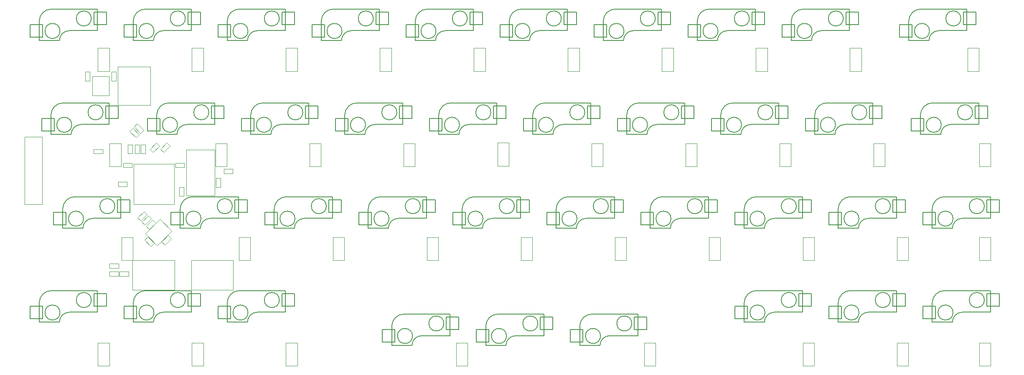
<source format=gbr>
%TF.GenerationSoftware,KiCad,Pcbnew,7.0.6*%
%TF.CreationDate,2023-07-31T23:10:21-04:00*%
%TF.ProjectId,cutiepie2040-hotswap,63757469-6570-4696-9532-3034302d686f,rev?*%
%TF.SameCoordinates,PX2d6b3a0PY6f46b48*%
%TF.FileFunction,Other,User*%
%FSLAX46Y46*%
G04 Gerber Fmt 4.6, Leading zero omitted, Abs format (unit mm)*
G04 Created by KiCad (PCBNEW 7.0.6) date 2023-07-31 23:10:21*
%MOMM*%
%LPD*%
G01*
G04 APERTURE LIST*
%ADD10C,0.150000*%
%ADD11C,0.127000*%
%ADD12C,0.050000*%
G04 APERTURE END LIST*
D10*
%TO.C,MX35*%
X192849380Y75247794D02*
X190309380Y75247794D01*
X192849380Y77787794D02*
X192849380Y75247794D01*
D11*
X191037380Y78437794D02*
X191037380Y74037794D01*
X191037380Y78437794D02*
X181737380Y78437794D01*
D10*
X190309380Y75247794D02*
X190309380Y77787794D01*
X190309380Y77787794D02*
X192849380Y77787794D01*
D11*
X185337380Y74037794D02*
X191037380Y74037794D01*
D10*
X179895380Y72707794D02*
X177355380Y72707794D01*
X179895380Y75247794D02*
X179895380Y72707794D01*
D11*
X179237380Y72037794D02*
X183337380Y72037794D01*
X179237380Y75937794D02*
X179237380Y72037794D01*
D10*
X177355380Y72707794D02*
X177355380Y75247794D01*
X177355380Y75247794D02*
X179895380Y75247794D01*
D11*
X185337380Y74037794D02*
G75*
G03*
X183337380Y72037794I-1J-1999999D01*
G01*
X181737380Y78437794D02*
G75*
G03*
X179237380Y75937794I0J-2500000D01*
G01*
D10*
X189801380Y76517794D02*
G75*
G03*
X189801380Y76517794I-1524000J0D01*
G01*
X183451380Y73977794D02*
G75*
G03*
X183451380Y73977794I-1524000J0D01*
G01*
D12*
%TO.C,C_1V-Decoup2*%
X27606336Y49985835D02*
X28256874Y49335297D01*
X28256874Y49335297D02*
X29543808Y50622231D01*
X28893270Y51272769D02*
X27606336Y49985835D01*
X29543808Y50622231D02*
X28893270Y51272769D01*
D10*
%TO.C,MX4*%
X16636880Y18097794D02*
X14096880Y18097794D01*
X16636880Y20637794D02*
X16636880Y18097794D01*
D11*
X14824880Y21287794D02*
X14824880Y16887794D01*
X14824880Y21287794D02*
X5524880Y21287794D01*
D10*
X14096880Y18097794D02*
X14096880Y20637794D01*
X14096880Y20637794D02*
X16636880Y20637794D01*
D11*
X9124880Y16887794D02*
X14824880Y16887794D01*
D10*
X3682880Y15557794D02*
X3682880Y18097794D01*
X3682880Y18097794D02*
X1142880Y18097794D01*
D11*
X3024880Y14887794D02*
X7124880Y14887794D01*
X3024880Y18787794D02*
X3024880Y14887794D01*
D10*
X1142880Y15557794D02*
X3682880Y15557794D01*
X1142880Y18097794D02*
X1142880Y15557794D01*
D11*
X9124880Y16887794D02*
G75*
G03*
X7124880Y14887794I-1J-1999999D01*
G01*
X5524880Y21287794D02*
G75*
G03*
X3024880Y18787794I0J-2500000D01*
G01*
D10*
X13588880Y19367794D02*
G75*
G03*
X13588880Y19367794I-1524000J0D01*
G01*
X7238880Y16827794D02*
G75*
G03*
X7238880Y16827794I-1524000J0D01*
G01*
%TO.C,MX1*%
X16636880Y75247794D02*
X14096880Y75247794D01*
X16636880Y77787794D02*
X16636880Y75247794D01*
D11*
X14824880Y78437794D02*
X14824880Y74037794D01*
X14824880Y78437794D02*
X5524880Y78437794D01*
D10*
X14096880Y75247794D02*
X14096880Y77787794D01*
X14096880Y77787794D02*
X16636880Y77787794D01*
D11*
X9124880Y74037794D02*
X14824880Y74037794D01*
D10*
X3682880Y72707794D02*
X3682880Y75247794D01*
X3682880Y75247794D02*
X1142880Y75247794D01*
D11*
X3024880Y72037794D02*
X7124880Y72037794D01*
X3024880Y75937794D02*
X3024880Y72037794D01*
D10*
X1142880Y72707794D02*
X3682880Y72707794D01*
X1142880Y75247794D02*
X1142880Y72707794D01*
D11*
X9124880Y74037794D02*
G75*
G03*
X7124880Y72037794I-1J-1999999D01*
G01*
X5524880Y78437794D02*
G75*
G03*
X3024880Y75937794I0J-2500000D01*
G01*
D10*
X13588880Y76517794D02*
G75*
G03*
X13588880Y76517794I-1524000J0D01*
G01*
X7238880Y73977794D02*
G75*
G03*
X7238880Y73977794I-1524000J0D01*
G01*
D12*
%TO.C,D6*%
X41035891Y46465862D02*
X38735891Y46465862D01*
X41035891Y46465862D02*
X41035891Y51165862D01*
X38735891Y51165862D02*
X38735891Y46465862D01*
X41035891Y51165862D02*
X38735891Y51165862D01*
%TO.C,D14*%
X79135923Y46465862D02*
X76835923Y46465862D01*
X79135923Y46465862D02*
X79135923Y51165862D01*
X76835923Y51165862D02*
X76835923Y46465862D01*
X79135923Y51165862D02*
X76835923Y51165862D01*
%TO.C,C_Crystal1*%
X27862239Y31191690D02*
X28512777Y30541152D01*
X28512777Y30541152D02*
X29799711Y31828086D01*
X29149173Y32478624D02*
X27862239Y31191690D01*
X29799711Y31828086D02*
X29149173Y32478624D01*
%TO.C,SW2*%
X21943816Y27407874D02*
X21943816Y21407874D01*
X21943816Y21407874D02*
X30443816Y21407874D01*
X30443816Y27407874D02*
X21943816Y27407874D01*
X30443816Y21407874D02*
X30443816Y27407874D01*
D10*
%TO.C,MX22*%
X121411880Y37147794D02*
X118871880Y37147794D01*
X121411880Y39687794D02*
X121411880Y37147794D01*
D11*
X119599880Y40337794D02*
X119599880Y35937794D01*
X119599880Y40337794D02*
X110299880Y40337794D01*
D10*
X118871880Y37147794D02*
X118871880Y39687794D01*
X118871880Y39687794D02*
X121411880Y39687794D01*
D11*
X113899880Y35937794D02*
X119599880Y35937794D01*
D10*
X108457880Y34607794D02*
X108457880Y37147794D01*
X108457880Y37147794D02*
X105917880Y37147794D01*
D11*
X107799880Y33937794D02*
X111899880Y33937794D01*
X107799880Y37837794D02*
X107799880Y33937794D01*
D10*
X105917880Y34607794D02*
X108457880Y34607794D01*
X105917880Y37147794D02*
X105917880Y34607794D01*
D11*
X113899880Y35937794D02*
G75*
G03*
X111899880Y33937794I-1J-1999999D01*
G01*
X110299880Y40337794D02*
G75*
G03*
X107799880Y37837794I0J-2500000D01*
G01*
D10*
X118363880Y38417794D02*
G75*
G03*
X118363880Y38417794I-1524000J0D01*
G01*
X112013880Y35877794D02*
G75*
G03*
X112013880Y35877794I-1524000J0D01*
G01*
D12*
%TO.C,D37*%
X195817271Y27415846D02*
X193517271Y27415846D01*
X195817271Y27415846D02*
X195817271Y32115846D01*
X193517271Y32115846D02*
X193517271Y27415846D01*
X195817271Y32115846D02*
X193517271Y32115846D01*
%TO.C,R_Crystal1*%
X24683896Y34341749D02*
X25348576Y33677069D01*
X25348576Y33677069D02*
X26663794Y34992287D01*
X25999114Y35656967D02*
X24683896Y34341749D01*
X26663794Y34992287D02*
X25999114Y35656967D01*
D10*
%TO.C,MX17*%
X97599380Y56197794D02*
X95059380Y56197794D01*
X97599380Y58737794D02*
X97599380Y56197794D01*
D11*
X95787380Y59387794D02*
X95787380Y54987794D01*
X95787380Y59387794D02*
X86487380Y59387794D01*
D10*
X95059380Y56197794D02*
X95059380Y58737794D01*
X95059380Y58737794D02*
X97599380Y58737794D01*
D11*
X90087380Y54987794D02*
X95787380Y54987794D01*
D10*
X84645380Y53657794D02*
X84645380Y56197794D01*
X84645380Y56197794D02*
X82105380Y56197794D01*
D11*
X83987380Y52987794D02*
X88087380Y52987794D01*
X83987380Y56887794D02*
X83987380Y52987794D01*
D10*
X82105380Y53657794D02*
X84645380Y53657794D01*
X82105380Y56197794D02*
X82105380Y53657794D01*
D11*
X90087380Y54987794D02*
G75*
G03*
X88087380Y52987794I-1J-1999999D01*
G01*
X86487380Y59387794D02*
G75*
G03*
X83987380Y56887794I0J-2500000D01*
G01*
D10*
X94551380Y57467794D02*
G75*
G03*
X94551380Y57467794I-1524000J0D01*
G01*
X88201380Y54927794D02*
G75*
G03*
X88201380Y54927794I-1524000J0D01*
G01*
%TO.C,MX2*%
X19018130Y56197794D02*
X16478130Y56197794D01*
X19018130Y58737794D02*
X19018130Y56197794D01*
D11*
X17206130Y59387794D02*
X17206130Y54987794D01*
X17206130Y59387794D02*
X7906130Y59387794D01*
D10*
X16478130Y56197794D02*
X16478130Y58737794D01*
X16478130Y58737794D02*
X19018130Y58737794D01*
D11*
X11506130Y54987794D02*
X17206130Y54987794D01*
D10*
X6064130Y53657794D02*
X3524130Y53657794D01*
X6064130Y56197794D02*
X6064130Y53657794D01*
D11*
X5406130Y52987794D02*
X9506130Y52987794D01*
X5406130Y56887794D02*
X5406130Y52987794D01*
D10*
X3524130Y53657794D02*
X3524130Y56197794D01*
X3524130Y56197794D02*
X6064130Y56197794D01*
D11*
X11506130Y54987794D02*
G75*
G03*
X9506130Y52987794I-1J-1999999D01*
G01*
X7906130Y59387794D02*
G75*
G03*
X5406130Y56887794I0J-2500000D01*
G01*
D10*
X15970130Y57467794D02*
G75*
G03*
X15970130Y57467794I-1524000J0D01*
G01*
X9620130Y54927794D02*
G75*
G03*
X9620130Y54927794I-1524000J0D01*
G01*
%TO.C,MX11*%
X64261880Y37147794D02*
X61721880Y37147794D01*
X64261880Y39687794D02*
X64261880Y37147794D01*
D11*
X62449880Y40337794D02*
X62449880Y35937794D01*
X62449880Y40337794D02*
X53149880Y40337794D01*
D10*
X61721880Y37147794D02*
X61721880Y39687794D01*
X61721880Y39687794D02*
X64261880Y39687794D01*
D11*
X56749880Y35937794D02*
X62449880Y35937794D01*
D10*
X51307880Y34607794D02*
X51307880Y37147794D01*
X51307880Y37147794D02*
X48767880Y37147794D01*
D11*
X50649880Y33937794D02*
X54749880Y33937794D01*
X50649880Y37837794D02*
X50649880Y33937794D01*
D10*
X48767880Y34607794D02*
X51307880Y34607794D01*
X48767880Y37147794D02*
X48767880Y34607794D01*
D11*
X56749880Y35937794D02*
G75*
G03*
X54749880Y33937794I-1J-1999999D01*
G01*
X53149880Y40337794D02*
G75*
G03*
X50649880Y37837794I0J-2500000D01*
G01*
D10*
X61213880Y38417794D02*
G75*
G03*
X61213880Y38417794I-1524000J0D01*
G01*
X54863880Y35877794D02*
G75*
G03*
X54863880Y35877794I-1524000J0D01*
G01*
D12*
%TO.C,R_Flash2*%
X17227076Y25175531D02*
X17227076Y24235531D01*
X17227076Y24235531D02*
X19087076Y24235531D01*
X19087076Y25175531D02*
X17227076Y25175531D01*
X19087076Y24235531D02*
X19087076Y25175531D01*
D10*
%TO.C,MX10*%
X59499380Y56197794D02*
X56959380Y56197794D01*
X59499380Y58737794D02*
X59499380Y56197794D01*
D11*
X57687380Y59387794D02*
X57687380Y54987794D01*
X57687380Y59387794D02*
X48387380Y59387794D01*
D10*
X56959380Y56197794D02*
X56959380Y58737794D01*
X56959380Y58737794D02*
X59499380Y58737794D01*
D11*
X51987380Y54987794D02*
X57687380Y54987794D01*
D10*
X46545380Y53657794D02*
X46545380Y56197794D01*
X46545380Y56197794D02*
X44005380Y56197794D01*
D11*
X45887380Y52987794D02*
X49987380Y52987794D01*
X45887380Y56887794D02*
X45887380Y52987794D01*
D10*
X44005380Y53657794D02*
X46545380Y53657794D01*
X44005380Y56197794D02*
X44005380Y53657794D01*
D11*
X51987380Y54987794D02*
G75*
G03*
X49987380Y52987794I-1J-1999999D01*
G01*
X48387380Y59387794D02*
G75*
G03*
X45887380Y56887794I0J-2500000D01*
G01*
D10*
X56451380Y57467794D02*
G75*
G03*
X56451380Y57467794I-1524000J0D01*
G01*
X50101380Y54927794D02*
G75*
G03*
X50101380Y54927794I-1524000J0D01*
G01*
%TO.C,MX18*%
X102361880Y37147794D02*
X99821880Y37147794D01*
X102361880Y39687794D02*
X102361880Y37147794D01*
D11*
X100549880Y40337794D02*
X100549880Y35937794D01*
X100549880Y40337794D02*
X91249880Y40337794D01*
D10*
X99821880Y37147794D02*
X99821880Y39687794D01*
X99821880Y39687794D02*
X102361880Y39687794D01*
D11*
X94849880Y35937794D02*
X100549880Y35937794D01*
D10*
X89407880Y34607794D02*
X89407880Y37147794D01*
X89407880Y37147794D02*
X86867880Y37147794D01*
D11*
X88749880Y33937794D02*
X92849880Y33937794D01*
X88749880Y37837794D02*
X88749880Y33937794D01*
D10*
X86867880Y34607794D02*
X89407880Y34607794D01*
X86867880Y37147794D02*
X86867880Y34607794D01*
D11*
X94849880Y35937794D02*
G75*
G03*
X92849880Y33937794I-1J-1999999D01*
G01*
X91249880Y40337794D02*
G75*
G03*
X88749880Y37837794I0J-2500000D01*
G01*
D10*
X99313880Y38417794D02*
G75*
G03*
X99313880Y38417794I-1524000J0D01*
G01*
X92963880Y35877794D02*
G75*
G03*
X92963880Y35877794I-1524000J0D01*
G01*
D12*
%TO.C,D17*%
X98185939Y46601801D02*
X95885939Y46601801D01*
X98185939Y46601801D02*
X98185939Y51301801D01*
X95885939Y51301801D02*
X95885939Y46601801D01*
X98185939Y51301801D02*
X95885939Y51301801D01*
D10*
%TO.C,MX30*%
X159511880Y18097794D02*
X156971880Y18097794D01*
X159511880Y20637794D02*
X159511880Y18097794D01*
D11*
X157699880Y21287794D02*
X157699880Y16887794D01*
X157699880Y21287794D02*
X148399880Y21287794D01*
D10*
X156971880Y18097794D02*
X156971880Y20637794D01*
X156971880Y20637794D02*
X159511880Y20637794D01*
D11*
X151999880Y16887794D02*
X157699880Y16887794D01*
D10*
X146557880Y15557794D02*
X146557880Y18097794D01*
X146557880Y18097794D02*
X144017880Y18097794D01*
D11*
X145899880Y14887794D02*
X149999880Y14887794D01*
X145899880Y18787794D02*
X145899880Y14887794D01*
D10*
X144017880Y15557794D02*
X146557880Y15557794D01*
X144017880Y18097794D02*
X144017880Y15557794D01*
D11*
X151999880Y16887794D02*
G75*
G03*
X149999880Y14887794I-1J-1999999D01*
G01*
X148399880Y21287794D02*
G75*
G03*
X145899880Y18787794I0J-2500000D01*
G01*
D10*
X156463880Y19367794D02*
G75*
G03*
X156463880Y19367794I-1524000J0D01*
G01*
X150113880Y16827794D02*
G75*
G03*
X150113880Y16827794I-1524000J0D01*
G01*
D12*
%TO.C,R_Flash1*%
X38820724Y42230265D02*
X39760724Y42230265D01*
X39760724Y42230265D02*
X39760724Y44090265D01*
X38820724Y44090265D02*
X38820724Y42230265D01*
X39760724Y44090265D02*
X38820724Y44090265D01*
%TO.C,SW1*%
X33850096Y27407874D02*
X33850096Y21407874D01*
X33850096Y21407874D02*
X42350096Y21407874D01*
X42350096Y27407874D02*
X33850096Y27407874D01*
X42350096Y21407874D02*
X42350096Y27407874D01*
%TO.C,R_Flash3*%
X19310676Y25175531D02*
X19310676Y24235531D01*
X19310676Y24235531D02*
X21170676Y24235531D01*
X21170676Y25175531D02*
X19310676Y25175531D01*
X21170676Y24235531D02*
X21170676Y25175531D01*
%TO.C,D8*%
X36273387Y5984578D02*
X33973387Y5984578D01*
X36273387Y5984578D02*
X36273387Y10684578D01*
X33973387Y10684578D02*
X33973387Y5984578D01*
X36273387Y10684578D02*
X33973387Y10684578D01*
%TO.C,D20*%
X112473718Y65813453D02*
X110173718Y65813453D01*
X112473718Y65813453D02*
X112473718Y70513453D01*
X110173718Y70513453D02*
X110173718Y65813453D01*
X112473718Y70513453D02*
X110173718Y70513453D01*
%TO.C,D15*%
X83898427Y27415846D02*
X81598427Y27415846D01*
X83898427Y27415846D02*
X83898427Y32115846D01*
X81598427Y32115846D02*
X81598427Y27415846D01*
X83898427Y32115846D02*
X81598427Y32115846D01*
%TO.C,D31*%
X169623499Y65813453D02*
X167323499Y65813453D01*
X169623499Y65813453D02*
X169623499Y70513453D01*
X167323499Y70513453D02*
X167323499Y65813453D01*
X169623499Y70513453D02*
X167323499Y70513453D01*
%TO.C,C_3V-Decoup2*%
X20971304Y49096376D02*
X21891304Y49096376D01*
X21891304Y49096376D02*
X21891304Y50916376D01*
X20971304Y50916376D02*
X20971304Y49096376D01*
X21891304Y50916376D02*
X20971304Y50916376D01*
D10*
%TO.C,MX23*%
X126174380Y13335024D02*
X123634380Y13335024D01*
X126174380Y15875024D02*
X126174380Y13335024D01*
D11*
X124362380Y16525024D02*
X124362380Y12125024D01*
X124362380Y16525024D02*
X115062380Y16525024D01*
D10*
X123634380Y13335024D02*
X123634380Y15875024D01*
X123634380Y15875024D02*
X126174380Y15875024D01*
D11*
X118662380Y12125024D02*
X124362380Y12125024D01*
D10*
X113220380Y10795024D02*
X110680380Y10795024D01*
X113220380Y13335024D02*
X113220380Y10795024D01*
D11*
X112562380Y10125024D02*
X116662380Y10125024D01*
X112562380Y14025024D02*
X112562380Y10125024D01*
D10*
X110680380Y10795024D02*
X110680380Y13335024D01*
X110680380Y13335024D02*
X113220380Y13335024D01*
D11*
X118662380Y12125024D02*
G75*
G03*
X116662380Y10125024I-1J-1999999D01*
G01*
X115062380Y16525024D02*
G75*
G03*
X112562380Y14025024I0J-2500000D01*
G01*
D10*
X123126380Y14605024D02*
G75*
G03*
X123126380Y14605024I-1524000J0D01*
G01*
X116776380Y12065024D02*
G75*
G03*
X116776380Y12065024I-1524000J0D01*
G01*
D12*
%TO.C,D13*%
X74373622Y65813453D02*
X72073622Y65813453D01*
X74373622Y65813453D02*
X74373622Y70513453D01*
X72073622Y70513453D02*
X72073622Y65813453D01*
X74373622Y70513453D02*
X72073622Y70513453D01*
%TO.C,D23*%
X127951589Y5984578D02*
X125651589Y5984578D01*
X127951589Y5984578D02*
X127951589Y10684578D01*
X125651589Y10684578D02*
X125651589Y5984578D01*
X127951589Y10684578D02*
X125651589Y10684578D01*
D10*
%TO.C,MX33*%
X178561880Y37147794D02*
X176021880Y37147794D01*
X178561880Y39687794D02*
X178561880Y37147794D01*
D11*
X176749880Y40337794D02*
X176749880Y35937794D01*
X176749880Y40337794D02*
X167449880Y40337794D01*
D10*
X176021880Y37147794D02*
X176021880Y39687794D01*
X176021880Y39687794D02*
X178561880Y39687794D01*
D11*
X171049880Y35937794D02*
X176749880Y35937794D01*
D10*
X165607880Y34607794D02*
X165607880Y37147794D01*
X165607880Y37147794D02*
X163067880Y37147794D01*
D11*
X164949880Y33937794D02*
X169049880Y33937794D01*
X164949880Y37837794D02*
X164949880Y33937794D01*
D10*
X163067880Y34607794D02*
X165607880Y34607794D01*
X163067880Y37147794D02*
X163067880Y34607794D01*
D11*
X171049880Y35937794D02*
G75*
G03*
X169049880Y33937794I-1J-1999999D01*
G01*
X167449880Y40337794D02*
G75*
G03*
X164949880Y37837794I0J-2500000D01*
G01*
D10*
X175513880Y38417794D02*
G75*
G03*
X175513880Y38417794I-1524000J0D01*
G01*
X169163880Y35877794D02*
G75*
G03*
X169163880Y35877794I-1524000J0D01*
G01*
D12*
%TO.C,C_3V-Decoup7*%
X22459589Y49096376D02*
X23379589Y49096376D01*
X23379589Y49096376D02*
X23379589Y50916376D01*
X22459589Y50916376D02*
X22459589Y49096376D01*
X23379589Y50916376D02*
X22459589Y50916376D01*
%TO.C,D32*%
X174386003Y46465862D02*
X172086003Y46465862D01*
X174386003Y46465862D02*
X174386003Y51165862D01*
X172086003Y51165862D02*
X172086003Y46465862D01*
X174386003Y51165862D02*
X172086003Y51165862D01*
%TO.C,D4*%
X17223371Y5984578D02*
X14923371Y5984578D01*
X17223371Y5984578D02*
X17223371Y10684578D01*
X14923371Y10684578D02*
X14923371Y5984578D01*
X17223371Y10684578D02*
X14923371Y10684578D01*
D10*
%TO.C,MX13*%
X73786880Y75247794D02*
X71246880Y75247794D01*
X73786880Y77787794D02*
X73786880Y75247794D01*
D11*
X71974880Y78437794D02*
X71974880Y74037794D01*
X71974880Y78437794D02*
X62674880Y78437794D01*
D10*
X71246880Y75247794D02*
X71246880Y77787794D01*
X71246880Y77787794D02*
X73786880Y77787794D01*
D11*
X66274880Y74037794D02*
X71974880Y74037794D01*
D10*
X60832880Y72707794D02*
X60832880Y75247794D01*
X60832880Y75247794D02*
X58292880Y75247794D01*
D11*
X60174880Y72037794D02*
X64274880Y72037794D01*
X60174880Y75937794D02*
X60174880Y72037794D01*
D10*
X58292880Y72707794D02*
X60832880Y72707794D01*
X58292880Y75247794D02*
X58292880Y72707794D01*
D11*
X66274880Y74037794D02*
G75*
G03*
X64274880Y72037794I-1J-1999999D01*
G01*
X62674880Y78437794D02*
G75*
G03*
X60174880Y75937794I0J-2500000D01*
G01*
D10*
X70738880Y76517794D02*
G75*
G03*
X70738880Y76517794I-1524000J0D01*
G01*
X64388880Y73977794D02*
G75*
G03*
X64388880Y73977794I-1524000J0D01*
G01*
D12*
%TO.C,C_3V-Decoup9*%
X32309299Y42284323D02*
X31389299Y42284323D01*
X31389299Y42284323D02*
X31389299Y40464323D01*
X32309299Y40464323D02*
X32309299Y42284323D01*
X31389299Y40464323D02*
X32309299Y40464323D01*
%TO.C,C_3V-Decoup4*%
X20853019Y42402608D02*
X20853019Y43322608D01*
X20853019Y43322608D02*
X19033019Y43322608D01*
X19033019Y42402608D02*
X20853019Y42402608D01*
X19033019Y43322608D02*
X19033019Y42402608D01*
%TO.C,D26*%
X141048475Y27415846D02*
X138748475Y27415846D01*
X141048475Y27415846D02*
X141048475Y32115846D01*
X138748475Y32115846D02*
X138748475Y27415846D01*
X141048475Y32115846D02*
X138748475Y32115846D01*
D10*
%TO.C,MX29*%
X159511880Y37147794D02*
X156971880Y37147794D01*
X159511880Y39687794D02*
X159511880Y37147794D01*
D11*
X157699880Y40337794D02*
X157699880Y35937794D01*
X157699880Y40337794D02*
X148399880Y40337794D01*
D10*
X156971880Y37147794D02*
X156971880Y39687794D01*
X156971880Y39687794D02*
X159511880Y39687794D01*
D11*
X151999880Y35937794D02*
X157699880Y35937794D01*
D10*
X146557880Y34607794D02*
X146557880Y37147794D01*
X146557880Y37147794D02*
X144017880Y37147794D01*
D11*
X145899880Y33937794D02*
X149999880Y33937794D01*
X145899880Y37837794D02*
X145899880Y33937794D01*
D10*
X144017880Y34607794D02*
X146557880Y34607794D01*
X144017880Y37147794D02*
X144017880Y34607794D01*
D11*
X151999880Y35937794D02*
G75*
G03*
X149999880Y33937794I-1J-1999999D01*
G01*
X148399880Y40337794D02*
G75*
G03*
X145899880Y37837794I0J-2500000D01*
G01*
D10*
X156463880Y38417794D02*
G75*
G03*
X156463880Y38417794I-1524000J0D01*
G01*
X150113880Y35877794D02*
G75*
G03*
X150113880Y35877794I-1524000J0D01*
G01*
D12*
%TO.C,D28*%
X155335987Y46465862D02*
X153035987Y46465862D01*
X155335987Y46465862D02*
X155335987Y51165862D01*
X153035987Y51165862D02*
X153035987Y46465862D01*
X155335987Y51165862D02*
X153035987Y51165862D01*
D10*
%TO.C,MX15*%
X83311880Y37147794D02*
X80771880Y37147794D01*
X83311880Y39687794D02*
X83311880Y37147794D01*
D11*
X81499880Y40337794D02*
X81499880Y35937794D01*
X81499880Y40337794D02*
X72199880Y40337794D01*
D10*
X80771880Y37147794D02*
X80771880Y39687794D01*
X80771880Y39687794D02*
X83311880Y39687794D01*
D11*
X75799880Y35937794D02*
X81499880Y35937794D01*
D10*
X70357880Y34607794D02*
X70357880Y37147794D01*
X70357880Y37147794D02*
X67817880Y37147794D01*
D11*
X69699880Y33937794D02*
X73799880Y33937794D01*
X69699880Y37837794D02*
X69699880Y33937794D01*
D10*
X67817880Y34607794D02*
X70357880Y34607794D01*
X67817880Y37147794D02*
X67817880Y34607794D01*
D11*
X75799880Y35937794D02*
G75*
G03*
X73799880Y33937794I-1J-1999999D01*
G01*
X72199880Y40337794D02*
G75*
G03*
X69699880Y37837794I0J-2500000D01*
G01*
D10*
X80263880Y38417794D02*
G75*
G03*
X80263880Y38417794I-1524000J0D01*
G01*
X73913880Y35877794D02*
G75*
G03*
X73913880Y35877794I-1524000J0D01*
G01*
D12*
%TO.C,R_DATA1*%
X22891977Y55163523D02*
X22227297Y54498843D01*
X22227297Y54498843D02*
X23542515Y53183625D01*
X24207195Y53848305D02*
X22891977Y55163523D01*
X23542515Y53183625D02*
X24207195Y53848305D01*
D10*
%TO.C,MX39*%
X107124380Y13335024D02*
X104584380Y13335024D01*
X107124380Y15875024D02*
X107124380Y13335024D01*
D11*
X105312380Y16525024D02*
X105312380Y12125024D01*
X105312380Y16525024D02*
X96012380Y16525024D01*
D10*
X104584380Y13335024D02*
X104584380Y15875024D01*
X104584380Y15875024D02*
X107124380Y15875024D01*
D11*
X99612380Y12125024D02*
X105312380Y12125024D01*
D10*
X94170380Y10795024D02*
X91630380Y10795024D01*
X94170380Y13335024D02*
X94170380Y10795024D01*
D11*
X93512380Y10125024D02*
X97612380Y10125024D01*
X93512380Y14025024D02*
X93512380Y10125024D01*
D10*
X91630380Y10795024D02*
X91630380Y13335024D01*
X91630380Y13335024D02*
X94170380Y13335024D01*
D11*
X99612380Y12125024D02*
G75*
G03*
X97612380Y10125024I-1J-1999999D01*
G01*
X96012380Y16525024D02*
G75*
G03*
X93512380Y14025024I0J-2500000D01*
G01*
D10*
X104076380Y14605024D02*
G75*
G03*
X104076380Y14605024I-1524000J0D01*
G01*
X97726380Y12065024D02*
G75*
G03*
X97726380Y12065024I-1524000J0D01*
G01*
%TO.C,MX14*%
X78549380Y56197794D02*
X76009380Y56197794D01*
X78549380Y58737794D02*
X78549380Y56197794D01*
D11*
X76737380Y59387794D02*
X76737380Y54987794D01*
X76737380Y59387794D02*
X67437380Y59387794D01*
D10*
X76009380Y56197794D02*
X76009380Y58737794D01*
X76009380Y58737794D02*
X78549380Y58737794D01*
D11*
X71037380Y54987794D02*
X76737380Y54987794D01*
D10*
X65595380Y53657794D02*
X65595380Y56197794D01*
X65595380Y56197794D02*
X63055380Y56197794D01*
D11*
X64937380Y52987794D02*
X69037380Y52987794D01*
X64937380Y56887794D02*
X64937380Y52987794D01*
D10*
X63055380Y53657794D02*
X65595380Y53657794D01*
X63055380Y56197794D02*
X63055380Y53657794D01*
D11*
X71037380Y54987794D02*
G75*
G03*
X69037380Y52987794I-1J-1999999D01*
G01*
X67437380Y59387794D02*
G75*
G03*
X64937380Y56887794I0J-2500000D01*
G01*
D10*
X75501380Y57467794D02*
G75*
G03*
X75501380Y57467794I-1524000J0D01*
G01*
X69151380Y54927794D02*
G75*
G03*
X69151380Y54927794I-1524000J0D01*
G01*
%TO.C,MX16*%
X92836880Y75247794D02*
X90296880Y75247794D01*
X92836880Y77787794D02*
X92836880Y75247794D01*
D11*
X91024880Y78437794D02*
X91024880Y74037794D01*
X91024880Y78437794D02*
X81724880Y78437794D01*
D10*
X90296880Y75247794D02*
X90296880Y77787794D01*
X90296880Y77787794D02*
X92836880Y77787794D01*
D11*
X85324880Y74037794D02*
X91024880Y74037794D01*
D10*
X79882880Y72707794D02*
X79882880Y75247794D01*
X79882880Y75247794D02*
X77342880Y75247794D01*
D11*
X79224880Y72037794D02*
X83324880Y72037794D01*
X79224880Y75937794D02*
X79224880Y72037794D01*
D10*
X77342880Y72707794D02*
X79882880Y72707794D01*
X77342880Y75247794D02*
X77342880Y72707794D01*
D11*
X85324880Y74037794D02*
G75*
G03*
X83324880Y72037794I-1J-1999999D01*
G01*
X81724880Y78437794D02*
G75*
G03*
X79224880Y75937794I0J-2500000D01*
G01*
D10*
X89788880Y76517794D02*
G75*
G03*
X89788880Y76517794I-1524000J0D01*
G01*
X83438880Y73977794D02*
G75*
G03*
X83438880Y73977794I-1524000J0D01*
G01*
%TO.C,MX5*%
X35686880Y75247794D02*
X33146880Y75247794D01*
X35686880Y77787794D02*
X35686880Y75247794D01*
D11*
X33874880Y78437794D02*
X33874880Y74037794D01*
X33874880Y78437794D02*
X24574880Y78437794D01*
D10*
X33146880Y75247794D02*
X33146880Y77787794D01*
X33146880Y77787794D02*
X35686880Y77787794D01*
D11*
X28174880Y74037794D02*
X33874880Y74037794D01*
D10*
X22732880Y72707794D02*
X22732880Y75247794D01*
X22732880Y75247794D02*
X20192880Y75247794D01*
D11*
X22074880Y72037794D02*
X26174880Y72037794D01*
X22074880Y75937794D02*
X22074880Y72037794D01*
D10*
X20192880Y72707794D02*
X22732880Y72707794D01*
X20192880Y75247794D02*
X20192880Y72707794D01*
D11*
X28174880Y74037794D02*
G75*
G03*
X26174880Y72037794I-1J-1999999D01*
G01*
X24574880Y78437794D02*
G75*
G03*
X22074880Y75937794I0J-2500000D01*
G01*
D10*
X32638880Y76517794D02*
G75*
G03*
X32638880Y76517794I-1524000J0D01*
G01*
X26288880Y73977794D02*
G75*
G03*
X26288880Y73977794I-1524000J0D01*
G01*
D12*
%TO.C,C_3V-Decoup8*%
X25749611Y35878186D02*
X25099073Y36528724D01*
X25099073Y36528724D02*
X23812139Y35241790D01*
X24462677Y34591252D02*
X25749611Y35878186D01*
X23812139Y35241790D02*
X24462677Y34591252D01*
D10*
%TO.C,MX24*%
X130936880Y75247794D02*
X128396880Y75247794D01*
X130936880Y77787794D02*
X130936880Y75247794D01*
D11*
X129124880Y78437794D02*
X129124880Y74037794D01*
X129124880Y78437794D02*
X119824880Y78437794D01*
D10*
X128396880Y75247794D02*
X128396880Y77787794D01*
X128396880Y77787794D02*
X130936880Y77787794D01*
D11*
X123424880Y74037794D02*
X129124880Y74037794D01*
D10*
X117982880Y72707794D02*
X117982880Y75247794D01*
X117982880Y75247794D02*
X115442880Y75247794D01*
D11*
X117324880Y72037794D02*
X121424880Y72037794D01*
X117324880Y75937794D02*
X117324880Y72037794D01*
D10*
X115442880Y72707794D02*
X117982880Y72707794D01*
X115442880Y75247794D02*
X115442880Y72707794D01*
D11*
X123424880Y74037794D02*
G75*
G03*
X121424880Y72037794I-1J-1999999D01*
G01*
X119824880Y78437794D02*
G75*
G03*
X117324880Y75937794I0J-2500000D01*
G01*
D10*
X127888880Y76517794D02*
G75*
G03*
X127888880Y76517794I-1524000J0D01*
G01*
X121538880Y73977794D02*
G75*
G03*
X121538880Y73977794I-1524000J0D01*
G01*
D12*
%TO.C,C_Flash1*%
X40464323Y46001521D02*
X40464323Y45081521D01*
X40464323Y45081521D02*
X42284323Y45081521D01*
X42284323Y46001521D02*
X40464323Y46001521D01*
X42284323Y45081521D02*
X42284323Y46001521D01*
D10*
%TO.C,MX21*%
X116649380Y56197794D02*
X114109380Y56197794D01*
X116649380Y58737794D02*
X116649380Y56197794D01*
D11*
X114837380Y59387794D02*
X114837380Y54987794D01*
X114837380Y59387794D02*
X105537380Y59387794D01*
D10*
X114109380Y56197794D02*
X114109380Y58737794D01*
X114109380Y58737794D02*
X116649380Y58737794D01*
D11*
X109137380Y54987794D02*
X114837380Y54987794D01*
D10*
X103695380Y53657794D02*
X103695380Y56197794D01*
X103695380Y56197794D02*
X101155380Y56197794D01*
D11*
X103037380Y52987794D02*
X107137380Y52987794D01*
X103037380Y56887794D02*
X103037380Y52987794D01*
D10*
X101155380Y53657794D02*
X103695380Y53657794D01*
X101155380Y56197794D02*
X101155380Y53657794D01*
D11*
X109137380Y54987794D02*
G75*
G03*
X107137380Y52987794I-1J-1999999D01*
G01*
X105537380Y59387794D02*
G75*
G03*
X103037380Y56887794I0J-2500000D01*
G01*
D10*
X113601380Y57467794D02*
G75*
G03*
X113601380Y57467794I-1524000J0D01*
G01*
X107251380Y54927794D02*
G75*
G03*
X107251380Y54927794I-1524000J0D01*
G01*
%TO.C,MX32*%
X173799380Y56197794D02*
X171259380Y56197794D01*
X173799380Y58737794D02*
X173799380Y56197794D01*
D11*
X171987380Y59387794D02*
X171987380Y54987794D01*
X171987380Y59387794D02*
X162687380Y59387794D01*
D10*
X171259380Y56197794D02*
X171259380Y58737794D01*
X171259380Y58737794D02*
X173799380Y58737794D01*
D11*
X166287380Y54987794D02*
X171987380Y54987794D01*
D10*
X160845380Y53657794D02*
X160845380Y56197794D01*
X160845380Y56197794D02*
X158305380Y56197794D01*
D11*
X160187380Y52987794D02*
X164287380Y52987794D01*
X160187380Y56887794D02*
X160187380Y52987794D01*
D10*
X158305380Y53657794D02*
X160845380Y53657794D01*
X158305380Y56197794D02*
X158305380Y53657794D01*
D11*
X166287380Y54987794D02*
G75*
G03*
X164287380Y52987794I-1J-1999999D01*
G01*
X162687380Y59387794D02*
G75*
G03*
X160187380Y56887794I0J-2500000D01*
G01*
D10*
X170751380Y57467794D02*
G75*
G03*
X170751380Y57467794I-1524000J0D01*
G01*
X164401380Y54927794D02*
G75*
G03*
X164401380Y54927794I-1524000J0D01*
G01*
%TO.C,MX38*%
X197611880Y18097794D02*
X195071880Y18097794D01*
X197611880Y20637794D02*
X197611880Y18097794D01*
D11*
X195799880Y21287794D02*
X195799880Y16887794D01*
X195799880Y21287794D02*
X186499880Y21287794D01*
D10*
X195071880Y18097794D02*
X195071880Y20637794D01*
X195071880Y20637794D02*
X197611880Y20637794D01*
D11*
X190099880Y16887794D02*
X195799880Y16887794D01*
D10*
X184657880Y15557794D02*
X184657880Y18097794D01*
X184657880Y18097794D02*
X182117880Y18097794D01*
D11*
X183999880Y14887794D02*
X188099880Y14887794D01*
X183999880Y18787794D02*
X183999880Y14887794D01*
D10*
X182117880Y15557794D02*
X184657880Y15557794D01*
X182117880Y18097794D02*
X182117880Y15557794D01*
D11*
X190099880Y16887794D02*
G75*
G03*
X188099880Y14887794I-1J-1999999D01*
G01*
X186499880Y21287794D02*
G75*
G03*
X183999880Y18787794I0J-2500000D01*
G01*
D10*
X194563880Y19367794D02*
G75*
G03*
X194563880Y19367794I-1524000J0D01*
G01*
X188213880Y16827794D02*
G75*
G03*
X188213880Y16827794I-1524000J0D01*
G01*
D12*
%TO.C,D10*%
X60085907Y46465862D02*
X57785907Y46465862D01*
X60085907Y46465862D02*
X60085907Y51165862D01*
X57785907Y51165862D02*
X57785907Y46465862D01*
X60085907Y51165862D02*
X57785907Y51165862D01*
D10*
%TO.C,MX20*%
X111886880Y75247794D02*
X109346880Y75247794D01*
X111886880Y77787794D02*
X111886880Y75247794D01*
D11*
X110074880Y78437794D02*
X110074880Y74037794D01*
X110074880Y78437794D02*
X100774880Y78437794D01*
D10*
X109346880Y75247794D02*
X109346880Y77787794D01*
X109346880Y77787794D02*
X111886880Y77787794D01*
D11*
X104374880Y74037794D02*
X110074880Y74037794D01*
D10*
X98932880Y72707794D02*
X98932880Y75247794D01*
X98932880Y75247794D02*
X96392880Y75247794D01*
D11*
X98274880Y72037794D02*
X102374880Y72037794D01*
X98274880Y75937794D02*
X98274880Y72037794D01*
D10*
X96392880Y72707794D02*
X98932880Y72707794D01*
X96392880Y75247794D02*
X96392880Y72707794D01*
D11*
X104374880Y74037794D02*
G75*
G03*
X102374880Y72037794I-1J-1999999D01*
G01*
X100774880Y78437794D02*
G75*
G03*
X98274880Y75937794I0J-2500000D01*
G01*
D10*
X108838880Y76517794D02*
G75*
G03*
X108838880Y76517794I-1524000J0D01*
G01*
X102488880Y73977794D02*
G75*
G03*
X102488880Y73977794I-1524000J0D01*
G01*
D12*
%TO.C,D35*%
X193436019Y65813453D02*
X191136019Y65813453D01*
X193436019Y65813453D02*
X193436019Y70513453D01*
X191136019Y70513453D02*
X191136019Y65813453D01*
X193436019Y70513453D02*
X191136019Y70513453D01*
D10*
%TO.C,MX6*%
X40449380Y56197794D02*
X37909380Y56197794D01*
X40449380Y58737794D02*
X40449380Y56197794D01*
D11*
X38637380Y59387794D02*
X38637380Y54987794D01*
X38637380Y59387794D02*
X29337380Y59387794D01*
D10*
X37909380Y56197794D02*
X37909380Y58737794D01*
X37909380Y58737794D02*
X40449380Y58737794D01*
D11*
X32937380Y54987794D02*
X38637380Y54987794D01*
D10*
X27495380Y53657794D02*
X27495380Y56197794D01*
X27495380Y56197794D02*
X24955380Y56197794D01*
D11*
X26837380Y52987794D02*
X30937380Y52987794D01*
X26837380Y56887794D02*
X26837380Y52987794D01*
D10*
X24955380Y53657794D02*
X27495380Y53657794D01*
X24955380Y56197794D02*
X24955380Y53657794D01*
D11*
X32937380Y54987794D02*
G75*
G03*
X30937380Y52987794I-1J-1999999D01*
G01*
X29337380Y59387794D02*
G75*
G03*
X26837380Y56887794I0J-2500000D01*
G01*
D10*
X37401380Y57467794D02*
G75*
G03*
X37401380Y57467794I-1524000J0D01*
G01*
X31051380Y54927794D02*
G75*
G03*
X31051380Y54927794I-1524000J0D01*
G01*
D12*
%TO.C,D38*%
X195817271Y5984578D02*
X193517271Y5984578D01*
X195817271Y5984578D02*
X195817271Y10684578D01*
X193517271Y10684578D02*
X193517271Y5984578D01*
X195817271Y10684578D02*
X193517271Y10684578D01*
%TO.C,D19*%
X89851557Y5984578D02*
X87551557Y5984578D01*
X89851557Y5984578D02*
X89851557Y10684578D01*
X87551557Y10684578D02*
X87551557Y5984578D01*
X89851557Y10684578D02*
X87551557Y10684578D01*
%TO.C,U3*%
X13778164Y60885627D02*
X13778164Y64725627D01*
X17178164Y60885627D02*
X13778164Y60885627D01*
X13778164Y64725627D02*
X17178164Y64725627D01*
X17178164Y64725627D02*
X17178164Y60885627D01*
D10*
%TO.C,MX36*%
X195230630Y56197794D02*
X192690630Y56197794D01*
X195230630Y58737794D02*
X195230630Y56197794D01*
D11*
X193418630Y59387794D02*
X193418630Y54987794D01*
X193418630Y59387794D02*
X184118630Y59387794D01*
D10*
X192690630Y56197794D02*
X192690630Y58737794D01*
X192690630Y58737794D02*
X195230630Y58737794D01*
D11*
X187718630Y54987794D02*
X193418630Y54987794D01*
D10*
X182276630Y53657794D02*
X179736630Y53657794D01*
X182276630Y56197794D02*
X182276630Y53657794D01*
D11*
X181618630Y52987794D02*
X185718630Y52987794D01*
X181618630Y56887794D02*
X181618630Y52987794D01*
D10*
X179736630Y53657794D02*
X179736630Y56197794D01*
X179736630Y56197794D02*
X182276630Y56197794D01*
D11*
X187718630Y54987794D02*
G75*
G03*
X185718630Y52987794I-1J-1999999D01*
G01*
X184118630Y59387794D02*
G75*
G03*
X181618630Y56887794I0J-2500000D01*
G01*
D10*
X192182630Y57467794D02*
G75*
G03*
X192182630Y57467794I-1524000J0D01*
G01*
X185832630Y54927794D02*
G75*
G03*
X185832630Y54927794I-1524000J0D01*
G01*
D12*
%TO.C,D25*%
X136285971Y46465862D02*
X133985971Y46465862D01*
X136285971Y46465862D02*
X136285971Y51165862D01*
X133985971Y51165862D02*
X133985971Y46465862D01*
X136285971Y51165862D02*
X133985971Y51165862D01*
D10*
%TO.C,MX37*%
X197611880Y37147794D02*
X195071880Y37147794D01*
X197611880Y39687794D02*
X197611880Y37147794D01*
D11*
X195799880Y40337794D02*
X195799880Y35937794D01*
X195799880Y40337794D02*
X186499880Y40337794D01*
D10*
X195071880Y37147794D02*
X195071880Y39687794D01*
X195071880Y39687794D02*
X197611880Y39687794D01*
D11*
X190099880Y35937794D02*
X195799880Y35937794D01*
D10*
X184657880Y34607794D02*
X184657880Y37147794D01*
X184657880Y37147794D02*
X182117880Y37147794D01*
D11*
X183999880Y33937794D02*
X188099880Y33937794D01*
X183999880Y37837794D02*
X183999880Y33937794D01*
D10*
X182117880Y34607794D02*
X184657880Y34607794D01*
X182117880Y37147794D02*
X182117880Y34607794D01*
D11*
X190099880Y35937794D02*
G75*
G03*
X188099880Y33937794I-1J-1999999D01*
G01*
X186499880Y40337794D02*
G75*
G03*
X183999880Y37837794I0J-2500000D01*
G01*
D10*
X194563880Y38417794D02*
G75*
G03*
X194563880Y38417794I-1524000J0D01*
G01*
X188213880Y35877794D02*
G75*
G03*
X188213880Y35877794I-1524000J0D01*
G01*
%TO.C,MX8*%
X35686880Y18097794D02*
X33146880Y18097794D01*
X35686880Y20637794D02*
X35686880Y18097794D01*
D11*
X33874880Y21287794D02*
X33874880Y16887794D01*
X33874880Y21287794D02*
X24574880Y21287794D01*
D10*
X33146880Y18097794D02*
X33146880Y20637794D01*
X33146880Y20637794D02*
X35686880Y20637794D01*
D11*
X28174880Y16887794D02*
X33874880Y16887794D01*
D10*
X22732880Y15557794D02*
X22732880Y18097794D01*
X22732880Y18097794D02*
X20192880Y18097794D01*
D11*
X22074880Y14887794D02*
X26174880Y14887794D01*
X22074880Y18787794D02*
X22074880Y14887794D01*
D10*
X20192880Y15557794D02*
X22732880Y15557794D01*
X20192880Y18097794D02*
X20192880Y15557794D01*
D11*
X28174880Y16887794D02*
G75*
G03*
X26174880Y14887794I-1J-1999999D01*
G01*
X24574880Y21287794D02*
G75*
G03*
X22074880Y18787794I0J-2500000D01*
G01*
D10*
X32638880Y19367794D02*
G75*
G03*
X32638880Y19367794I-1524000J0D01*
G01*
X26288880Y16827794D02*
G75*
G03*
X26288880Y16827794I-1524000J0D01*
G01*
D12*
%TO.C,D11*%
X64848411Y27415846D02*
X62548411Y27415846D01*
X64848411Y27415846D02*
X64848411Y32115846D01*
X62548411Y32115846D02*
X62548411Y27415846D01*
X64848411Y32115846D02*
X62548411Y32115846D01*
%TO.C,C_1V-Decoup3*%
X24907710Y36720087D02*
X24257172Y37370625D01*
X24257172Y37370625D02*
X22970238Y36083691D01*
X23620776Y35433153D02*
X24907710Y36720087D01*
X22970238Y36083691D02*
X23620776Y35433153D01*
D10*
%TO.C,MX26*%
X140461880Y37147794D02*
X137921880Y37147794D01*
X140461880Y39687794D02*
X140461880Y37147794D01*
D11*
X138649880Y40337794D02*
X138649880Y35937794D01*
X138649880Y40337794D02*
X129349880Y40337794D01*
D10*
X137921880Y37147794D02*
X137921880Y39687794D01*
X137921880Y39687794D02*
X140461880Y39687794D01*
D11*
X132949880Y35937794D02*
X138649880Y35937794D01*
D10*
X127507880Y34607794D02*
X127507880Y37147794D01*
X127507880Y37147794D02*
X124967880Y37147794D01*
D11*
X126849880Y33937794D02*
X130949880Y33937794D01*
X126849880Y37837794D02*
X126849880Y33937794D01*
D10*
X124967880Y34607794D02*
X127507880Y34607794D01*
X124967880Y37147794D02*
X124967880Y34607794D01*
D11*
X132949880Y35937794D02*
G75*
G03*
X130949880Y33937794I-1J-1999999D01*
G01*
X129349880Y40337794D02*
G75*
G03*
X126849880Y37837794I0J-2500000D01*
G01*
D10*
X137413880Y38417794D02*
G75*
G03*
X137413880Y38417794I-1524000J0D01*
G01*
X131063880Y35877794D02*
G75*
G03*
X131063880Y35877794I-1524000J0D01*
G01*
D12*
%TO.C,D18*%
X102948443Y27415846D02*
X100648443Y27415846D01*
X102948443Y27415846D02*
X102948443Y32115846D01*
X100648443Y32115846D02*
X100648443Y27415846D01*
X102948443Y32115846D02*
X100648443Y32115846D01*
D10*
%TO.C,MX9*%
X54736880Y75247794D02*
X52196880Y75247794D01*
X54736880Y77787794D02*
X54736880Y75247794D01*
D11*
X52924880Y78437794D02*
X52924880Y74037794D01*
X52924880Y78437794D02*
X43624880Y78437794D01*
D10*
X52196880Y75247794D02*
X52196880Y77787794D01*
X52196880Y77787794D02*
X54736880Y77787794D01*
D11*
X47224880Y74037794D02*
X52924880Y74037794D01*
D10*
X41782880Y72707794D02*
X41782880Y75247794D01*
X41782880Y75247794D02*
X39242880Y75247794D01*
D11*
X41124880Y72037794D02*
X45224880Y72037794D01*
X41124880Y75937794D02*
X41124880Y72037794D01*
D10*
X39242880Y72707794D02*
X41782880Y72707794D01*
X39242880Y75247794D02*
X39242880Y72707794D01*
D11*
X47224880Y74037794D02*
G75*
G03*
X45224880Y72037794I-1J-1999999D01*
G01*
X43624880Y78437794D02*
G75*
G03*
X41124880Y75937794I0J-2500000D01*
G01*
D10*
X51688880Y76517794D02*
G75*
G03*
X51688880Y76517794I-1524000J0D01*
G01*
X45338880Y73977794D02*
G75*
G03*
X45338880Y73977794I-1524000J0D01*
G01*
D12*
%TO.C,D34*%
X179148507Y5984578D02*
X176848507Y5984578D01*
X179148507Y5984578D02*
X179148507Y10684578D01*
X176848507Y10684578D02*
X176848507Y5984578D01*
X179148507Y10684578D02*
X176848507Y10684578D01*
%TO.C,D2*%
X19604623Y46465862D02*
X17304623Y46465862D01*
X19604623Y46465862D02*
X19604623Y51165862D01*
X17304623Y51165862D02*
X17304623Y46465862D01*
X19604623Y51165862D02*
X17304623Y51165862D01*
%TO.C,D3*%
X21985875Y27415846D02*
X19685875Y27415846D01*
X21985875Y27415846D02*
X21985875Y32115846D01*
X19685875Y32115846D02*
X19685875Y27415846D01*
X21985875Y32115846D02*
X19685875Y32115846D01*
%TO.C,D29*%
X160098491Y27415846D02*
X157798491Y27415846D01*
X160098491Y27415846D02*
X160098491Y32115846D01*
X157798491Y32115846D02*
X157798491Y27415846D01*
X160098491Y32115846D02*
X157798491Y32115846D01*
%TO.C,D16*%
X93423670Y65813453D02*
X91123670Y65813453D01*
X93423670Y65813453D02*
X93423670Y70513453D01*
X91123670Y70513453D02*
X91123670Y65813453D01*
X93423670Y70513453D02*
X91123670Y70513453D01*
%TO.C,C_3V-Decoup6*%
X30641642Y47192149D02*
X30641642Y46272149D01*
X30641642Y46272149D02*
X32461642Y46272149D01*
X32461642Y47192149D02*
X30641642Y47192149D01*
X32461642Y46272149D02*
X32461642Y47192149D01*
%TO.C,D30*%
X160098491Y5984578D02*
X157798491Y5984578D01*
X160098491Y5984578D02*
X160098491Y10684578D01*
X157798491Y10684578D02*
X157798491Y5984578D01*
X160098491Y10684578D02*
X157798491Y10684578D01*
%TO.C,D1*%
X17223478Y65813453D02*
X14923478Y65813453D01*
X17223478Y65813453D02*
X17223478Y70513453D01*
X14923478Y70513453D02*
X14923478Y65813453D01*
X17223478Y70513453D02*
X14923478Y70513453D01*
%TO.C,C_3V-Decoup1*%
X15908164Y49066376D02*
X15908164Y49986376D01*
X15908164Y49986376D02*
X14088164Y49986376D01*
X14088164Y49066376D02*
X15908164Y49066376D01*
X14088164Y49986376D02*
X14088164Y49066376D01*
%TO.C,C_LD1*%
X17697077Y63875627D02*
X18617077Y63875627D01*
X18617077Y63875627D02*
X18617077Y65695627D01*
X17697077Y65695627D02*
X17697077Y63875627D01*
X18617077Y65695627D02*
X17697077Y65695627D01*
D10*
%TO.C,MX7*%
X45211880Y37147794D02*
X42671880Y37147794D01*
X45211880Y39687794D02*
X45211880Y37147794D01*
D11*
X43399880Y40337794D02*
X43399880Y35937794D01*
X43399880Y40337794D02*
X34099880Y40337794D01*
D10*
X42671880Y37147794D02*
X42671880Y39687794D01*
X42671880Y39687794D02*
X45211880Y39687794D01*
D11*
X37699880Y35937794D02*
X43399880Y35937794D01*
D10*
X32257880Y34607794D02*
X32257880Y37147794D01*
X32257880Y37147794D02*
X29717880Y37147794D01*
D11*
X31599880Y33937794D02*
X35699880Y33937794D01*
X31599880Y37837794D02*
X31599880Y33937794D01*
D10*
X29717880Y34607794D02*
X32257880Y34607794D01*
X29717880Y37147794D02*
X29717880Y34607794D01*
D11*
X37699880Y35937794D02*
G75*
G03*
X35699880Y33937794I-1J-1999999D01*
G01*
X34099880Y40337794D02*
G75*
G03*
X31599880Y37837794I0J-2500000D01*
G01*
D10*
X42163880Y38417794D02*
G75*
G03*
X42163880Y38417794I-1524000J0D01*
G01*
X35813880Y35877794D02*
G75*
G03*
X35813880Y35877794I-1524000J0D01*
G01*
D12*
%TO.C,R_RST1*%
X17227077Y26777874D02*
X17227077Y25837874D01*
X17227077Y25837874D02*
X19087077Y25837874D01*
X19087077Y26777874D02*
X17227077Y26777874D01*
X19087077Y25837874D02*
X19087077Y26777874D01*
D10*
%TO.C,MX12*%
X54736880Y18097794D02*
X52196880Y18097794D01*
X54736880Y20637794D02*
X54736880Y18097794D01*
D11*
X52924880Y21287794D02*
X52924880Y16887794D01*
X52924880Y21287794D02*
X43624880Y21287794D01*
D10*
X52196880Y18097794D02*
X52196880Y20637794D01*
X52196880Y20637794D02*
X54736880Y20637794D01*
D11*
X47224880Y16887794D02*
X52924880Y16887794D01*
D10*
X41782880Y15557794D02*
X41782880Y18097794D01*
X41782880Y18097794D02*
X39242880Y18097794D01*
D11*
X41124880Y14887794D02*
X45224880Y14887794D01*
X41124880Y18787794D02*
X41124880Y14887794D01*
D10*
X39242880Y15557794D02*
X41782880Y15557794D01*
X39242880Y18097794D02*
X39242880Y15557794D01*
D11*
X47224880Y16887794D02*
G75*
G03*
X45224880Y14887794I-1J-1999999D01*
G01*
X43624880Y21287794D02*
G75*
G03*
X41124880Y18787794I0J-2500000D01*
G01*
D10*
X51688880Y19367794D02*
G75*
G03*
X51688880Y19367794I-1524000J0D01*
G01*
X45338880Y16827794D02*
G75*
G03*
X45338880Y16827794I-1524000J0D01*
G01*
%TO.C,MX3*%
X21399380Y37147794D02*
X18859380Y37147794D01*
X21399380Y39687794D02*
X21399380Y37147794D01*
D11*
X19587380Y40337794D02*
X19587380Y35937794D01*
X19587380Y40337794D02*
X10287380Y40337794D01*
D10*
X18859380Y37147794D02*
X18859380Y39687794D01*
X18859380Y39687794D02*
X21399380Y39687794D01*
D11*
X13887380Y35937794D02*
X19587380Y35937794D01*
D10*
X8445380Y34607794D02*
X5905380Y34607794D01*
X8445380Y37147794D02*
X8445380Y34607794D01*
D11*
X7787380Y33937794D02*
X11887380Y33937794D01*
X7787380Y37837794D02*
X7787380Y33937794D01*
D10*
X5905380Y34607794D02*
X5905380Y37147794D01*
X5905380Y37147794D02*
X8445380Y37147794D01*
D11*
X13887380Y35937794D02*
G75*
G03*
X11887380Y33937794I-1J-1999999D01*
G01*
X10287380Y40337794D02*
G75*
G03*
X7787380Y37837794I0J-2500000D01*
G01*
D10*
X18351380Y38417794D02*
G75*
G03*
X18351380Y38417794I-1524000J0D01*
G01*
X12001380Y35877794D02*
G75*
G03*
X12001380Y35877794I-1524000J0D01*
G01*
D12*
%TO.C,U2*%
X32858700Y40593984D02*
X32858700Y49893984D01*
X38578700Y40593984D02*
X32858700Y40593984D01*
X32858700Y49893984D02*
X38578700Y49893984D01*
X38578700Y49893984D02*
X38578700Y40593984D01*
%TO.C,D33*%
X179148507Y27415846D02*
X176848507Y27415846D01*
X179148507Y27415846D02*
X179148507Y32115846D01*
X176848507Y32115846D02*
X176848507Y27415846D01*
X179148507Y32115846D02*
X176848507Y32115846D01*
%TO.C,D36*%
X195817271Y46465862D02*
X193517271Y46465862D01*
X195817271Y46465862D02*
X195817271Y51165862D01*
X193517271Y51165862D02*
X193517271Y46465862D01*
X195817271Y51165862D02*
X193517271Y51165862D01*
%TO.C,D7*%
X45798395Y27415846D02*
X43498395Y27415846D01*
X45798395Y27415846D02*
X45798395Y32115846D01*
X43498395Y32115846D02*
X43498395Y27415846D01*
X45798395Y32115846D02*
X43498395Y32115846D01*
%TO.C,D12*%
X55323403Y5984578D02*
X53023403Y5984578D01*
X55323403Y5984578D02*
X55323403Y10684578D01*
X53023403Y10684578D02*
X53023403Y5984578D01*
X55323403Y10684578D02*
X53023403Y10684578D01*
%TO.C,C_1V-Decoup1*%
X23650217Y49096376D02*
X24570217Y49096376D01*
X24570217Y49096376D02*
X24570217Y50916376D01*
X23650217Y50916376D02*
X23650217Y49096376D01*
X24570217Y50916376D02*
X23650217Y50916376D01*
%TO.C,C_3V-Decoup3*%
X25448864Y49985835D02*
X26099402Y49335297D01*
X26099402Y49335297D02*
X27386336Y50622231D01*
X26735798Y51272769D02*
X25448864Y49985835D01*
X27386336Y50622231D02*
X26735798Y51272769D01*
D10*
%TO.C,MX27*%
X149986880Y75247794D02*
X147446880Y75247794D01*
X149986880Y77787794D02*
X149986880Y75247794D01*
D11*
X148174880Y78437794D02*
X148174880Y74037794D01*
X148174880Y78437794D02*
X138874880Y78437794D01*
D10*
X147446880Y75247794D02*
X147446880Y77787794D01*
X147446880Y77787794D02*
X149986880Y77787794D01*
D11*
X142474880Y74037794D02*
X148174880Y74037794D01*
D10*
X137032880Y72707794D02*
X137032880Y75247794D01*
X137032880Y75247794D02*
X134492880Y75247794D01*
D11*
X136374880Y72037794D02*
X140474880Y72037794D01*
X136374880Y75937794D02*
X136374880Y72037794D01*
D10*
X134492880Y72707794D02*
X137032880Y72707794D01*
X134492880Y75247794D02*
X134492880Y72707794D01*
D11*
X142474880Y74037794D02*
G75*
G03*
X140474880Y72037794I-1J-1999999D01*
G01*
X138874880Y78437794D02*
G75*
G03*
X136374880Y75937794I0J-2500000D01*
G01*
D10*
X146938880Y76517794D02*
G75*
G03*
X146938880Y76517794I-1524000J0D01*
G01*
X140588880Y73977794D02*
G75*
G03*
X140588880Y73977794I-1524000J0D01*
G01*
D12*
%TO.C,D22*%
X121998459Y27415846D02*
X119698459Y27415846D01*
X121998459Y27415846D02*
X121998459Y32115846D01*
X119698459Y32115846D02*
X119698459Y27415846D01*
X121998459Y32115846D02*
X119698459Y32115846D01*
%TO.C,U1*%
X30398188Y38742608D02*
X22158188Y38742608D01*
X30398188Y46982608D02*
X30398188Y38742608D01*
X22158188Y38742608D02*
X22158188Y46982608D01*
X22158188Y46982608D02*
X30398188Y46982608D01*
%TO.C,J2*%
X3649880Y38762794D02*
X49880Y38762794D01*
X3649880Y52512794D02*
X3649880Y38762794D01*
X49880Y38762794D02*
X49880Y52512794D01*
X49880Y52512794D02*
X3649880Y52512794D01*
%TO.C,D27*%
X150573483Y65813453D02*
X148273483Y65813453D01*
X150573483Y65813453D02*
X150573483Y70513453D01*
X148273483Y70513453D02*
X148273483Y65813453D01*
X150573483Y70513453D02*
X148273483Y70513453D01*
%TO.C,C_Crystal2*%
X25652632Y30249138D02*
X26303170Y30899676D01*
X26303170Y30899676D02*
X25016236Y32186610D01*
X24365698Y31536072D02*
X25652632Y30249138D01*
X25016236Y32186610D02*
X24365698Y31536072D01*
D10*
%TO.C,MX28*%
X154749380Y56197794D02*
X152209380Y56197794D01*
X154749380Y58737794D02*
X154749380Y56197794D01*
D11*
X152937380Y59387794D02*
X152937380Y54987794D01*
X152937380Y59387794D02*
X143637380Y59387794D01*
D10*
X152209380Y56197794D02*
X152209380Y58737794D01*
X152209380Y58737794D02*
X154749380Y58737794D01*
D11*
X147237380Y54987794D02*
X152937380Y54987794D01*
D10*
X141795380Y53657794D02*
X141795380Y56197794D01*
X141795380Y56197794D02*
X139255380Y56197794D01*
D11*
X141137380Y52987794D02*
X145237380Y52987794D01*
X141137380Y56887794D02*
X141137380Y52987794D01*
D10*
X139255380Y53657794D02*
X141795380Y53657794D01*
X139255380Y56197794D02*
X139255380Y53657794D01*
D11*
X147237380Y54987794D02*
G75*
G03*
X145237380Y52987794I-1J-1999999D01*
G01*
X143637380Y59387794D02*
G75*
G03*
X141137380Y56887794I0J-2500000D01*
G01*
D10*
X151701380Y57467794D02*
G75*
G03*
X151701380Y57467794I-1524000J0D01*
G01*
X145351380Y54927794D02*
G75*
G03*
X145351380Y54927794I-1524000J0D01*
G01*
%TO.C,MX25*%
X135699380Y56197794D02*
X133159380Y56197794D01*
X135699380Y58737794D02*
X135699380Y56197794D01*
D11*
X133887380Y59387794D02*
X133887380Y54987794D01*
X133887380Y59387794D02*
X124587380Y59387794D01*
D10*
X133159380Y56197794D02*
X133159380Y58737794D01*
X133159380Y58737794D02*
X135699380Y58737794D01*
D11*
X128187380Y54987794D02*
X133887380Y54987794D01*
D10*
X122745380Y53657794D02*
X122745380Y56197794D01*
X122745380Y56197794D02*
X120205380Y56197794D01*
D11*
X122087380Y52987794D02*
X126187380Y52987794D01*
X122087380Y56887794D02*
X122087380Y52987794D01*
D10*
X120205380Y53657794D02*
X122745380Y53657794D01*
X120205380Y56197794D02*
X120205380Y53657794D01*
D11*
X128187380Y54987794D02*
G75*
G03*
X126187380Y52987794I-1J-1999999D01*
G01*
X124587380Y59387794D02*
G75*
G03*
X122087380Y56887794I0J-2500000D01*
G01*
D10*
X132651380Y57467794D02*
G75*
G03*
X132651380Y57467794I-1524000J0D01*
G01*
X126301380Y54927794D02*
G75*
G03*
X126301380Y54927794I-1524000J0D01*
G01*
D12*
%TO.C,D9*%
X55323574Y65813453D02*
X53023574Y65813453D01*
X55323574Y65813453D02*
X55323574Y70513453D01*
X53023574Y70513453D02*
X53023574Y65813453D01*
X55323574Y70513453D02*
X53023574Y70513453D01*
%TO.C,D24*%
X131523467Y65813453D02*
X129223467Y65813453D01*
X131523467Y65813453D02*
X131523467Y70513453D01*
X129223467Y70513453D02*
X129223467Y65813453D01*
X131523467Y70513453D02*
X129223467Y70513453D01*
%TO.C,C_3V-Decoup5*%
X21861304Y46272149D02*
X21861304Y47192149D01*
X21861304Y47192149D02*
X20041304Y47192149D01*
X20041304Y46272149D02*
X21861304Y46272149D01*
X20041304Y47192149D02*
X20041304Y46272149D01*
%TO.C,R_DATA2*%
X21999006Y54270552D02*
X21334326Y53605872D01*
X21334326Y53605872D02*
X22649544Y52290654D01*
X23314224Y52955334D02*
X21999006Y54270552D01*
X22649544Y52290654D02*
X23314224Y52955334D01*
D10*
%TO.C,MX34*%
X178561880Y18097794D02*
X176021880Y18097794D01*
X178561880Y20637794D02*
X178561880Y18097794D01*
D11*
X176749880Y21287794D02*
X176749880Y16887794D01*
X176749880Y21287794D02*
X167449880Y21287794D01*
D10*
X176021880Y18097794D02*
X176021880Y20637794D01*
X176021880Y20637794D02*
X178561880Y20637794D01*
D11*
X171049880Y16887794D02*
X176749880Y16887794D01*
D10*
X165607880Y15557794D02*
X165607880Y18097794D01*
X165607880Y18097794D02*
X163067880Y18097794D01*
D11*
X164949880Y14887794D02*
X169049880Y14887794D01*
X164949880Y18787794D02*
X164949880Y14887794D01*
D10*
X163067880Y15557794D02*
X165607880Y15557794D01*
X163067880Y18097794D02*
X163067880Y15557794D01*
D11*
X171049880Y16887794D02*
G75*
G03*
X169049880Y14887794I-1J-1999999D01*
G01*
X167449880Y21287794D02*
G75*
G03*
X164949880Y18787794I0J-2500000D01*
G01*
D10*
X175513880Y19367794D02*
G75*
G03*
X175513880Y19367794I-1524000J0D01*
G01*
X169163880Y16827794D02*
G75*
G03*
X169163880Y16827794I-1524000J0D01*
G01*
D12*
%TO.C,C_LD2*%
X12339251Y63875627D02*
X13259251Y63875627D01*
X13259251Y63875627D02*
X13259251Y65695627D01*
X12339251Y65695627D02*
X12339251Y63875627D01*
X13259251Y65695627D02*
X12339251Y65695627D01*
%TO.C,J1*%
X25529880Y66705627D02*
X25529880Y58905627D01*
X18969880Y66705627D02*
X25529880Y66705627D01*
X25529880Y58905627D02*
X18969880Y58905627D01*
X18969880Y58905627D02*
X18969880Y66705627D01*
D10*
%TO.C,MX19*%
X88074380Y13335294D02*
X85534380Y13335294D01*
X88074380Y15875294D02*
X88074380Y13335294D01*
D11*
X86262380Y16525294D02*
X86262380Y12125294D01*
X86262380Y16525294D02*
X76962380Y16525294D01*
D10*
X85534380Y13335294D02*
X85534380Y15875294D01*
X85534380Y15875294D02*
X88074380Y15875294D01*
D11*
X80562380Y12125294D02*
X86262380Y12125294D01*
D10*
X75120380Y10795294D02*
X72580380Y10795294D01*
X75120380Y13335294D02*
X75120380Y10795294D01*
D11*
X74462380Y10125294D02*
X78562380Y10125294D01*
X74462380Y14025294D02*
X74462380Y10125294D01*
D10*
X72580380Y10795294D02*
X72580380Y13335294D01*
X72580380Y13335294D02*
X75120380Y13335294D01*
D11*
X80562380Y12125294D02*
G75*
G03*
X78562380Y10125294I-1J-1999999D01*
G01*
X76962380Y16525294D02*
G75*
G03*
X74462380Y14025294I0J-2500000D01*
G01*
D10*
X85026380Y14605294D02*
G75*
G03*
X85026380Y14605294I-1524000J0D01*
G01*
X78676380Y12065294D02*
G75*
G03*
X78676380Y12065294I-1524000J0D01*
G01*
D12*
%TO.C,D21*%
X117235955Y46465862D02*
X114935955Y46465862D01*
X117235955Y46465862D02*
X117235955Y51165862D01*
X114935955Y51165862D02*
X114935955Y46465862D01*
X117235955Y51165862D02*
X114935955Y51165862D01*
%TO.C,Y1*%
X24541706Y32829308D02*
X27511555Y35799157D01*
X26945869Y30425145D02*
X24541706Y32829308D01*
X27511555Y35799157D02*
X29915718Y33394994D01*
X29915718Y33394994D02*
X26945869Y30425145D01*
%TO.C,D5*%
X36273526Y65813453D02*
X33973526Y65813453D01*
X36273526Y65813453D02*
X36273526Y70513453D01*
X33973526Y70513453D02*
X33973526Y65813453D01*
X36273526Y70513453D02*
X33973526Y70513453D01*
D10*
%TO.C,MX31*%
X169036880Y75247794D02*
X166496880Y75247794D01*
X169036880Y77787794D02*
X169036880Y75247794D01*
D11*
X167224880Y78437794D02*
X167224880Y74037794D01*
X167224880Y78437794D02*
X157924880Y78437794D01*
D10*
X166496880Y75247794D02*
X166496880Y77787794D01*
X166496880Y77787794D02*
X169036880Y77787794D01*
D11*
X161524880Y74037794D02*
X167224880Y74037794D01*
D10*
X156082880Y72707794D02*
X156082880Y75247794D01*
X156082880Y75247794D02*
X153542880Y75247794D01*
D11*
X155424880Y72037794D02*
X159524880Y72037794D01*
X155424880Y75937794D02*
X155424880Y72037794D01*
D10*
X153542880Y72707794D02*
X156082880Y72707794D01*
X153542880Y75247794D02*
X153542880Y72707794D01*
D11*
X161524880Y74037794D02*
G75*
G03*
X159524880Y72037794I-1J-1999999D01*
G01*
X157924880Y78437794D02*
G75*
G03*
X155424880Y75937794I0J-2500000D01*
G01*
D10*
X165988880Y76517794D02*
G75*
G03*
X165988880Y76517794I-1524000J0D01*
G01*
X159638880Y73977794D02*
G75*
G03*
X159638880Y73977794I-1524000J0D01*
G01*
%TD*%
M02*

</source>
